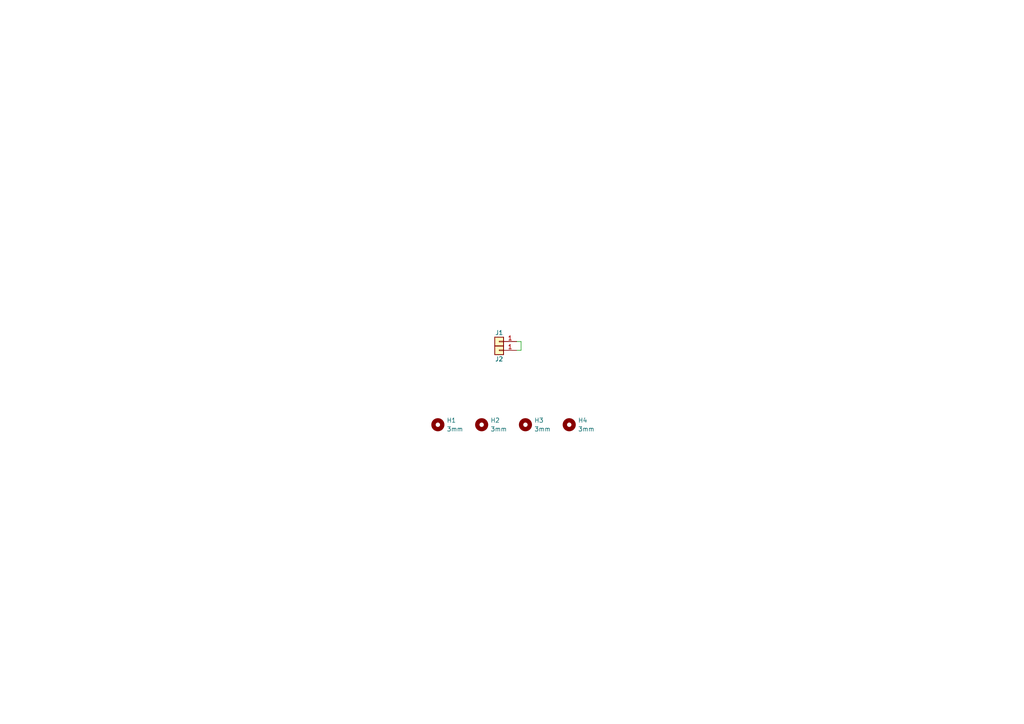
<source format=kicad_sch>
(kicad_sch (version 20230121) (generator eeschema)
  (paper "A4")
  (title_block (title "Reflow Hot Plate Heatbed") (date "2023-07-15") (rev "${REVISION}") (company "Author: I. Kajdan") (comment 1 "Promoter: A. Bondyra, Ph.D."))
  (lib_symbols
    (symbol "Connector_Generic:Conn_01x01" (pin_names (offset 1.016) hide)
      (property "Reference" "J" (at 0 2.54 0))
      (property "Value" "Conn_01x01" (at 0 -2.54 0))
      (symbol "Conn_01x01_1_1"
        (rectangle (start -1.27 0.127) (end 0 -0.127) (stroke (width 0.1524)))
        (rectangle (start -1.27 1.27) (end 1.27 -1.27) (stroke (width 0.254)) (fill (type background)))
        (pin passive line (at -5.08 0 0) (length 3.81) (name "Pin_1") (number "1"))
      )
    )
    (symbol "Mechanical:MountingHole" (pin_names (offset 1.016))
      (property "Reference" "H" (at 0 5.08 0))
      (property "Value" "MountingHole" (at 0 3.175 0))
      (symbol "MountingHole_0_1"
        (circle (center 0 0) (radius 1.27) (stroke (width 1.27)))
      )
    )
  )
  (wire (pts (xy 149.86 101.6) (xy 151.13 101.6)))
  (wire (pts (xy 149.86 99.06) (xy 151.13 99.06)))
  (wire (pts (xy 151.13 99.06) (xy 151.13 101.6)))
  (symbol (lib_id "Connector_Generic:Conn_01x01") (at 144.78 101.6 180) (unit 1)
    (property "Reference" "J2" (at 144.78 104.14 0))
    (property "Value" "Conn_01x01" (effects hide))
    (property "Footprint" "Connector_Pin:Pin_D1.3mm_L11.0mm" (effects hide))
  )
  (symbol (lib_id "Mechanical:MountingHole") (at 165.1 123.19 0) (unit 1)
    (property "Reference" "H4" (at 167.64 121.92 0) (effects (justify left)))
    (property "Value" "3mm" (at 167.64 124.46 0) (effects (justify left)))
    (property "Footprint" "MountingHole:MountingHole_3mm" (effects hide))
  )
  (symbol (lib_id "Connector_Generic:Conn_01x01") (at 144.78 99.06 180) (unit 1)
    (property "Reference" "J1" (at 144.78 96.52 0))
    (property "Value" "Conn_01x01" (effects hide))
    (property "Footprint" "Connector_Pin:Pin_D1.3mm_L11.0mm" (effects hide))
  )
  (symbol (lib_id "Mechanical:MountingHole") (at 127 123.19 0) (unit 1)
    (property "Reference" "H1" (at 129.54 121.92 0) (effects (justify left)))
    (property "Value" "3mm" (at 129.54 124.46 0) (effects (justify left)))
    (property "Footprint" "MountingHole:MountingHole_3mm" (effects hide))
  )
  (symbol (lib_id "Mechanical:MountingHole") (at 139.7 123.19 0) (unit 1)
    (property "Reference" "H2" (at 142.24 121.92 0) (effects (justify left)))
    (property "Value" "3mm" (at 142.24 124.46 0) (effects (justify left)))
    (property "Footprint" "MountingHole:MountingHole_3mm" (effects hide))
  )
  (symbol (lib_id "Mechanical:MountingHole") (at 152.4 123.19 0) (unit 1)
    (property "Reference" "H3" (at 154.94 121.92 0) (effects (justify left)))
    (property "Value" "3mm" (at 154.94 124.46 0) (effects (justify left)))
    (property "Footprint" "MountingHole:MountingHole_3mm" (effects hide))
  )
)
</source>
